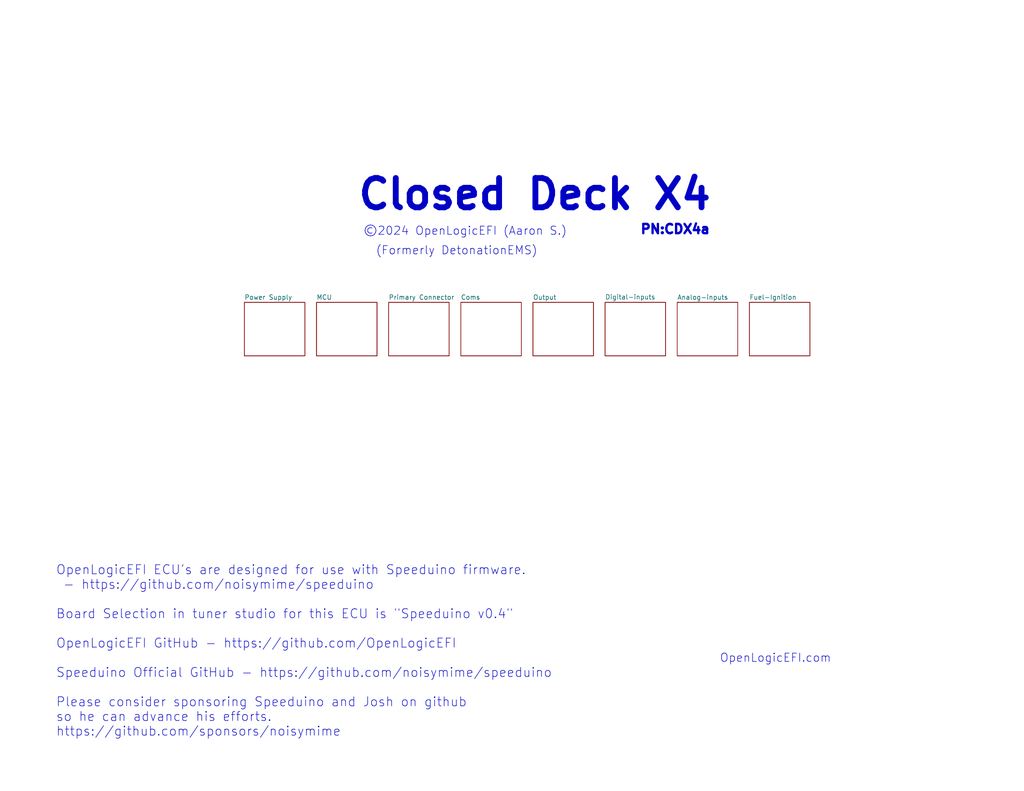
<source format=kicad_sch>
(kicad_sch
	(version 20231120)
	(generator "eeschema")
	(generator_version "8.0")
	(uuid "929a9b03-e99e-4b88-8e16-759f8c6b59a5")
	(paper "USLetter")
	(title_block
		(title "Closed Deck X4")
		(date "2024-04-25")
		(rev "A")
		(company "OpenLogicEFI")
		(comment 1 "openlogicefi.com")
	)
	(lib_symbols)
	(text "©2024 OpenLogicEFI (Aaron S.)"
		(exclude_from_sim no)
		(at 99.06 64.516 0)
		(effects
			(font
				(size 2.25 2.25)
			)
			(justify left bottom)
		)
		(uuid "18b9a005-8eac-4eea-b530-a87671e42131")
	)
	(text "(Formerly DetonationEMS)"
		(exclude_from_sim no)
		(at 102.489 69.85 0)
		(effects
			(font
				(size 2.25 2.25)
			)
			(justify left bottom)
		)
		(uuid "9d72a82a-1eb0-47fc-a6c4-b618c00997bd")
	)
	(text "OpenLogicEFI ECU's are designed for use with Speeduino firmware.\n - https://github.com/noisymime/speeduino\n\nBoard Selection in tuner studio for this ECU is \"Speeduino v0.4\"\n\nOpenLogicEFI GitHub - https://github.com/OpenLogicEFI\n\nSpeeduino Official GitHub - https://github.com/noisymime/speeduino\n\nPlease consider sponsoring Speeduino and Josh on github\nso he can advance his efforts.\nhttps://github.com/sponsors/noisymime"
		(exclude_from_sim no)
		(at 15.24 201.295 0)
		(effects
			(font
				(size 2.4892 2.4892)
			)
			(justify left bottom)
		)
		(uuid "b31cd59e-2cf6-4eef-965d-11f30da9b8c3")
	)
	(text "Closed Deck X4"
		(exclude_from_sim no)
		(at 97.028 57.912 0)
		(effects
			(font
				(size 8 8)
				(thickness 1.6)
				(bold yes)
			)
			(justify left bottom)
		)
		(uuid "d70d1cd3-1668-4688-8eb7-f773efb7bb87")
	)
	(text "PN:CDX4a"
		(exclude_from_sim no)
		(at 174.498 64.262 0)
		(effects
			(font
				(size 2.54 2.54)
				(thickness 0.7)
				(bold yes)
			)
			(justify left bottom)
		)
		(uuid "da86412e-e28b-40b3-884c-486313b5e1b6")
	)
	(text "OpenLogicEFI.com"
		(exclude_from_sim no)
		(at 196.342 181.102 0)
		(effects
			(font
				(size 2.25 2.25)
			)
			(justify left bottom)
		)
		(uuid "f03cfc76-381b-47a3-b5e9-b4e061afa153")
	)
	(sheet
		(at 106.045 82.55)
		(size 16.51 14.605)
		(stroke
			(width 0)
			(type solid)
		)
		(fill
			(color 0 0 0 0.0000)
		)
		(uuid "00000000-0000-0000-0000-000060bdae25")
		(property "Sheetname" "Primary Connector"
			(at 106.045 81.915 0)
			(effects
				(font
					(size 1.27 1.27)
				)
				(justify left bottom)
			)
		)
		(property "Sheetfile" "connector.kicad_sch"
			(at 106.045 94.5646 0)
			(effects
				(font
					(size 1.27 1.27)
				)
				(justify left top)
				(hide yes)
			)
		)
		(instances
			(project "closed-deck-x4"
				(path "/929a9b03-e99e-4b88-8e16-759f8c6b59a5"
					(page "3")
				)
			)
		)
	)
	(sheet
		(at 204.47 82.55)
		(size 16.51 14.605)
		(stroke
			(width 0)
			(type solid)
		)
		(fill
			(color 0 0 0 0.0000)
		)
		(uuid "00000000-0000-0000-0000-000060bdff19")
		(property "Sheetname" "Fuel-Ignition"
			(at 204.47 81.915 0)
			(effects
				(font
					(size 1.27 1.27)
				)
				(justify left bottom)
			)
		)
		(property "Sheetfile" "fuel-ignition.kicad_sch"
			(at 204.47 94.5646 0)
			(effects
				(font
					(size 1.27 1.27)
				)
				(justify left top)
				(hide yes)
			)
		)
		(instances
			(project "closed-deck-x4"
				(path "/929a9b03-e99e-4b88-8e16-759f8c6b59a5"
					(page "5")
				)
			)
		)
	)
	(sheet
		(at 184.785 82.55)
		(size 16.51 14.605)
		(stroke
			(width 0)
			(type solid)
		)
		(fill
			(color 0 0 0 0.0000)
		)
		(uuid "00000000-0000-0000-0000-000060bec240")
		(property "Sheetname" "Analog-inputs"
			(at 184.785 81.915 0)
			(effects
				(font
					(size 1.27 1.27)
				)
				(justify left bottom)
			)
		)
		(property "Sheetfile" "input.kicad_sch"
			(at 184.785 94.5646 0)
			(effects
				(font
					(size 1.27 1.27)
				)
				(justify left top)
				(hide yes)
			)
		)
		(instances
			(project "closed-deck-x4"
				(path "/929a9b03-e99e-4b88-8e16-759f8c6b59a5"
					(page "7")
				)
			)
		)
	)
	(sheet
		(at 145.415 82.55)
		(size 16.51 14.605)
		(stroke
			(width 0)
			(type solid)
		)
		(fill
			(color 0 0 0 0.0000)
		)
		(uuid "00000000-0000-0000-0000-000060e7aa2a")
		(property "Sheetname" "Output"
			(at 145.415 81.915 0)
			(effects
				(font
					(size 1.27 1.27)
				)
				(justify left bottom)
			)
		)
		(property "Sheetfile" "output.kicad_sch"
			(at 145.415 94.5646 0)
			(effects
				(font
					(size 1.27 1.27)
				)
				(justify left top)
				(hide yes)
			)
		)
		(instances
			(project "closed-deck-x4"
				(path "/929a9b03-e99e-4b88-8e16-759f8c6b59a5"
					(page "6")
				)
			)
		)
	)
	(sheet
		(at 86.36 82.55)
		(size 16.51 14.605)
		(stroke
			(width 0.1524)
			(type solid)
		)
		(fill
			(color 0 0 0 0.0000)
		)
		(uuid "7eb070f0-0972-48f3-b1a2-7aec03db60dd")
		(property "Sheetname" "MCU"
			(at 86.36 81.915 0)
			(effects
				(font
					(size 1.27 1.27)
				)
				(justify left bottom)
			)
		)
		(property "Sheetfile" "mcu.kicad_sch"
			(at 86.36 97.7396 0)
			(effects
				(font
					(size 1.27 1.27)
				)
				(justify left top)
				(hide yes)
			)
		)
		(instances
			(project "closed-deck-x4"
				(path "/929a9b03-e99e-4b88-8e16-759f8c6b59a5"
					(page "2")
				)
			)
		)
	)
	(sheet
		(at 66.675 82.55)
		(size 16.51 14.605)
		(stroke
			(width 0.1524)
			(type solid)
		)
		(fill
			(color 0 0 0 0.0000)
		)
		(uuid "9c074c3b-1726-457f-9ccb-fe178788ecee")
		(property "Sheetname" "Power Supply"
			(at 66.675 81.915 0)
			(effects
				(font
					(size 1.27 1.27)
				)
				(justify left bottom)
			)
		)
		(property "Sheetfile" "powersupply.kicad_sch"
			(at 66.675 97.7396 0)
			(effects
				(font
					(size 1.27 1.27)
				)
				(justify left top)
				(hide yes)
			)
		)
		(instances
			(project "closed-deck-x4"
				(path "/929a9b03-e99e-4b88-8e16-759f8c6b59a5"
					(page "1")
				)
			)
		)
	)
	(sheet
		(at 125.73 82.55)
		(size 16.51 14.605)
		(stroke
			(width 0.1524)
			(type solid)
		)
		(fill
			(color 0 0 0 0.0000)
		)
		(uuid "f5d0a587-bd89-4f20-87a1-ffa1c87672fb")
		(property "Sheetname" "Coms"
			(at 125.73 81.915 0)
			(effects
				(font
					(size 1.27 1.27)
				)
				(justify left bottom)
			)
		)
		(property "Sheetfile" "usb.kicad_sch"
			(at 125.73 97.7396 0)
			(effects
				(font
					(size 1.27 1.27)
				)
				(justify left top)
				(hide yes)
			)
		)
		(instances
			(project "closed-deck-x4"
				(path "/929a9b03-e99e-4b88-8e16-759f8c6b59a5"
					(page "4")
				)
			)
		)
	)
	(sheet
		(at 165.1 82.55)
		(size 16.51 14.605)
		(fields_autoplaced yes)
		(stroke
			(width 0.1524)
			(type solid)
		)
		(fill
			(color 0 0 0 0.0000)
		)
		(uuid "f706db0f-aad4-4219-b413-dd534f24044a")
		(property "Sheetname" "Digital-inputs"
			(at 165.1 81.8384 0)
			(effects
				(font
					(size 1.27 1.27)
				)
				(justify left bottom)
			)
		)
		(property "Sheetfile" "digital-inputs.kicad_sch"
			(at 165.1 97.7396 0)
			(effects
				(font
					(size 1.27 1.27)
				)
				(justify left top)
				(hide yes)
			)
		)
		(instances
			(project "closed-deck-x4"
				(path "/929a9b03-e99e-4b88-8e16-759f8c6b59a5"
					(page "8")
				)
			)
		)
	)
	(sheet_instances
		(path "/"
			(page "1")
		)
	)
)

</source>
